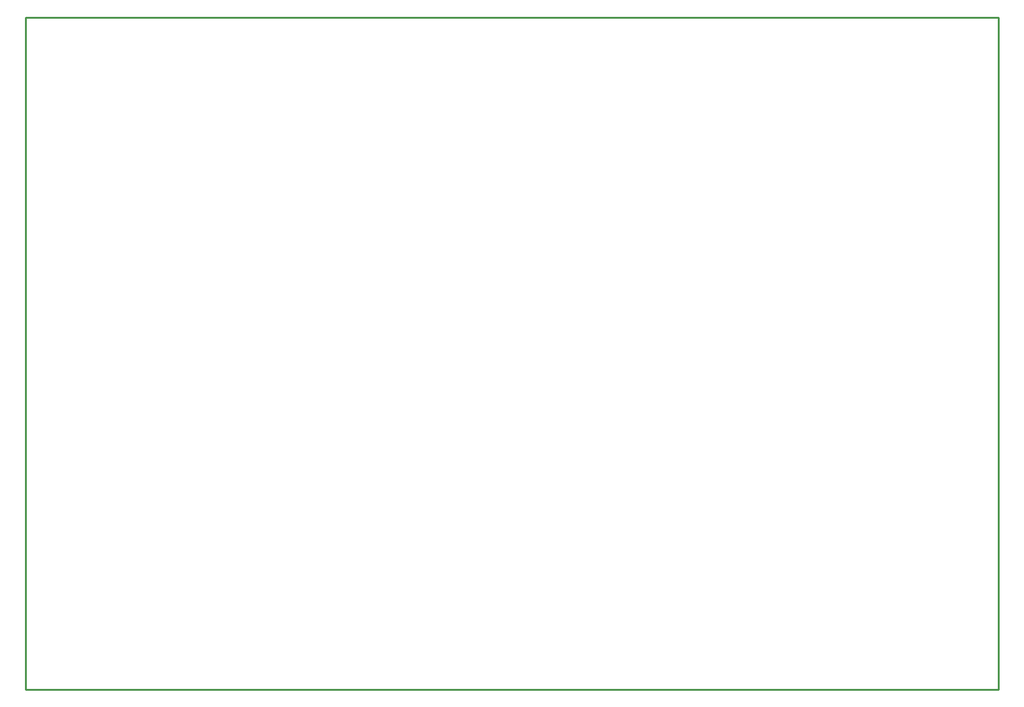
<source format=gbr>
G04 EAGLE Gerber RS-274X export*
G75*
%MOMM*%
%FSLAX34Y34*%
%LPD*%
%IN*%
%IPPOS*%
%AMOC8*
5,1,8,0,0,1.08239X$1,22.5*%
G01*
%ADD10C,0.254000*%


D10*
X0Y0D02*
X1320600Y0D01*
X1320600Y911100D01*
X0Y911100D01*
X0Y0D01*
M02*

</source>
